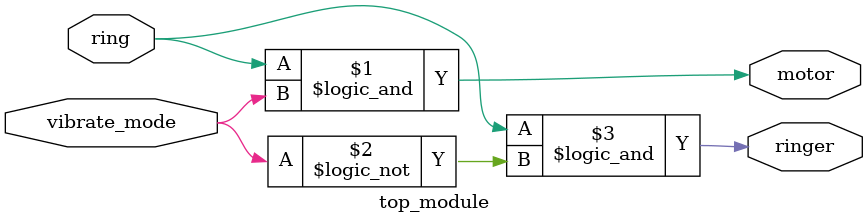
<source format=v>
module top_module (
    input ring,
    input vibrate_mode,
    output ringer,       // Make sound
    output motor         // Vibrate
);
    assign motor =  ring && vibrate_mode;
	assign ringer = ring && !vibrate_mode;
    
endmodule

</source>
